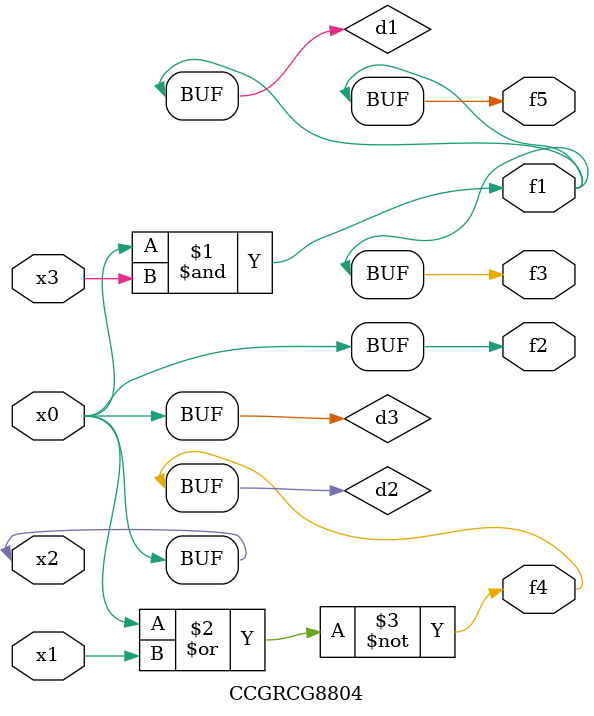
<source format=v>
module CCGRCG8804(
	input x0, x1, x2, x3,
	output f1, f2, f3, f4, f5
);

	wire d1, d2, d3;

	and (d1, x2, x3);
	nor (d2, x0, x1);
	buf (d3, x0, x2);
	assign f1 = d1;
	assign f2 = d3;
	assign f3 = d1;
	assign f4 = d2;
	assign f5 = d1;
endmodule

</source>
